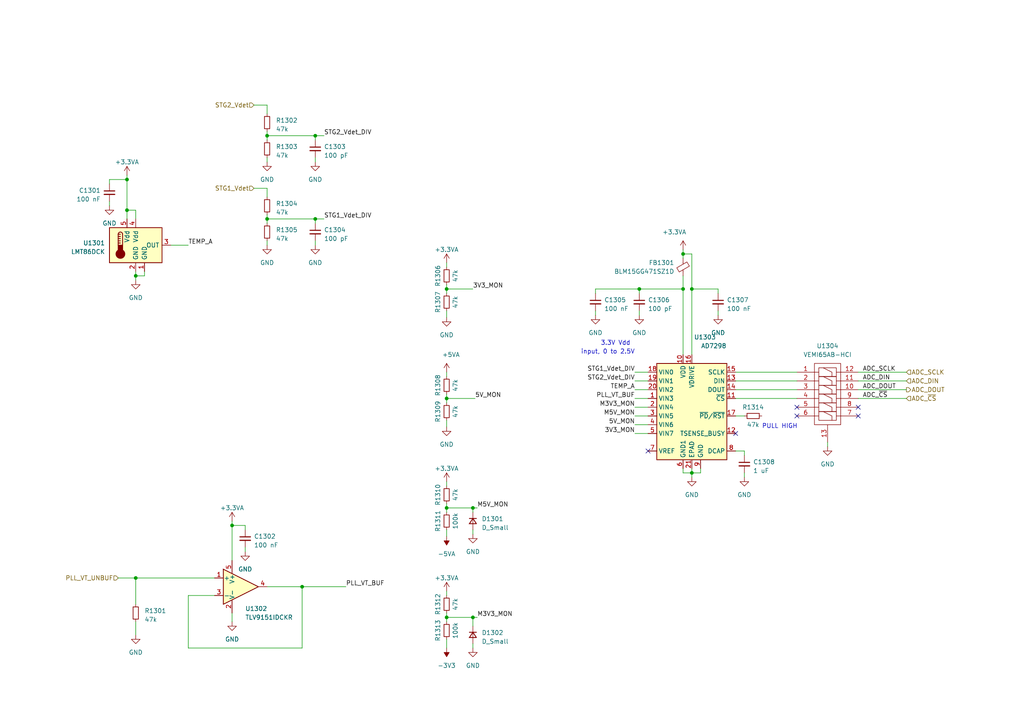
<source format=kicad_sch>
(kicad_sch (version 20210621) (generator eeschema)
  (paper "A4")
  (lib_symbols
    (symbol "Amplifier_Operational:TLV9001IDCK" (pin_names (offset 0.127))
      (property "Reference" "U" (at 7.62 2.54 0))
      (property "Value" "TLV9001IDCK" (at 11.43 -2.54 0))
      (symbol "TLV9001IDCK_0_1"
        (polyline (pts (xy -2.54 5.08) (xy -2.54 -5.08) (xy 7.62 0) (xy -2.54 5.08)) (stroke (width 0.254)) (fill (type background)))
      )
      (symbol "TLV9001IDCK_1_1"
        (pin input line (at -5.08 2.54 0) (length 2.54) (name "+") (number "1"))
        (pin power_in line (at 0 -7.62 90) (length 3.81) (name "V-") (number "2"))
        (pin input line (at -5.08 -2.54 0) (length 2.54) (name "-") (number "3"))
        (pin output line (at 10.16 0 180) (length 2.54) (name "~") (number "4"))
        (pin power_in line (at 0 7.62 270) (length 3.81) (name "V+") (number "5"))
      )
    )
    (symbol "Analog_ADC:AD7298"
      (property "Reference" "U" (at -10.16 13.97 0))
      (property "Value" "AD7298" (at 2.54 13.97 0))
      (symbol "AD7298_0_1"
        (rectangle (start -10.16 12.7) (end 10.16 -15.24) (stroke (width 0.254)) (fill (type background)))
      )
      (symbol "AD7298_1_1"
        (pin input line (at -12.7 2.54 0) (length 2.54) (name "VIN3") (number "1"))
        (pin power_in line (at -2.54 15.24 270) (length 2.54) (name "VDD") (number "10"))
        (pin input line (at 12.7 2.54 180) (length 2.54) (name "~{CS}") (number "11"))
        (pin output line (at 12.7 -7.62 180) (length 2.54) (name "TSENSE_BUSY") (number "12"))
        (pin input line (at 12.7 7.62 180) (length 2.54) (name "DIN") (number "13"))
        (pin output line (at 12.7 5.08 180) (length 2.54) (name "DOUT") (number "14"))
        (pin input line (at 12.7 10.16 180) (length 2.54) (name "SCLK") (number "15"))
        (pin power_in line (at 0 15.24 270) (length 2.54) (name "VDRIVE") (number "16"))
        (pin input line (at 12.7 -2.54 180) (length 2.54) (name "~{PD}/~{RST}") (number "17"))
        (pin input line (at -12.7 10.16 0) (length 2.54) (name "VIN0") (number "18"))
        (pin input line (at -12.7 7.62 0) (length 2.54) (name "VIN1") (number "19"))
        (pin input line (at -12.7 0 0) (length 2.54) (name "VIN4") (number "2"))
        (pin input line (at -12.7 5.08 0) (length 2.54) (name "VIN2") (number "20"))
        (pin power_in line (at 0 -17.78 90) (length 2.54) (name "EPAD") (number "21"))
        (pin input line (at -12.7 -2.54 0) (length 2.54) (name "VIN5") (number "3"))
        (pin input line (at -12.7 -5.08 0) (length 2.54) (name "VIN6") (number "4"))
        (pin input line (at -12.7 -7.62 0) (length 2.54) (name "VIN7") (number "5"))
        (pin power_in line (at -2.54 -17.78 90) (length 2.54) (name "GND1") (number "6"))
        (pin passive line (at -12.7 -12.7 0) (length 2.54) (name "VREF") (number "7"))
        (pin passive line (at 12.7 -12.7 180) (length 2.54) (name "DCAP") (number "8"))
        (pin power_in line (at 2.54 -17.78 90) (length 2.54) (name "GND") (number "9"))
      )
    )
    (symbol "Device:C_Small" (pin_numbers hide) (pin_names (offset 0.254) hide)
      (property "Reference" "C" (at 0.254 1.778 0))
      (property "Value" "C_Small" (at 0.254 -2.032 0))
      (symbol "C_Small_0_1"
        (polyline (pts (xy -1.524 -0.508) (xy 1.524 -0.508)) (stroke (width 0.3302)))
        (polyline (pts (xy -1.524 0.508) (xy 1.524 0.508)) (stroke (width 0.3048)))
      )
      (symbol "C_Small_1_1"
        (pin passive line (at 0 2.54 270) (length 2.032) (name "~") (number "1"))
        (pin passive line (at 0 -2.54 90) (length 2.032) (name "~") (number "2"))
      )
    )
    (symbol "Device:D_Small" (pin_numbers hide) (pin_names (offset 0.254) hide)
      (property "Reference" "D" (at -1.27 2.032 0))
      (property "Value" "D_Small" (at -3.81 -2.032 0))
      (symbol "D_Small_0_1"
        (polyline (pts (xy -0.762 -1.016) (xy -0.762 1.016)) (stroke (width 0.254)))
        (polyline (pts (xy -0.762 0) (xy 0.762 0)))
        (polyline (pts (xy 0.762 -1.016) (xy -0.762 0) (xy 0.762 1.016) (xy 0.762 -1.016)) (stroke (width 0.254)))
      )
      (symbol "D_Small_1_1"
        (pin passive line (at -2.54 0 0) (length 1.778) (name "K") (number "1"))
        (pin passive line (at 2.54 0 180) (length 1.778) (name "A") (number "2"))
      )
    )
    (symbol "Device:FerriteBead_Small" (pin_numbers hide) (pin_names (offset 0))
      (property "Reference" "FB" (at 1.905 1.27 0))
      (property "Value" "FerriteBead_Small" (at 1.905 -1.27 0))
      (symbol "FerriteBead_Small_0_1"
        (polyline (pts (xy 0 -1.27) (xy 0 -0.7874)))
        (polyline (pts (xy 0 0.889) (xy 0 1.2954)))
        (polyline (pts (xy -1.8288 0.2794) (xy -1.1176 1.4986) (xy 1.8288 -0.2032) (xy 1.1176 -1.4224) (xy -1.8288 0.2794)))
      )
      (symbol "FerriteBead_Small_1_1"
        (pin passive line (at 0 2.54 270) (length 1.27) (name "~") (number "1"))
        (pin passive line (at 0 -2.54 90) (length 1.27) (name "~") (number "2"))
      )
    )
    (symbol "Device:R_Small" (pin_numbers hide) (pin_names (offset 0.254) hide)
      (property "Reference" "R" (at 0.762 0.508 0))
      (property "Value" "R_Small" (at 0.762 -1.016 0))
      (symbol "R_Small_0_1"
        (rectangle (start -0.762 1.778) (end 0.762 -1.778) (stroke (width 0.2032)))
      )
      (symbol "R_Small_1_1"
        (pin passive line (at 0 2.54 270) (length 0.762) (name "~") (number "1"))
        (pin passive line (at 0 -2.54 90) (length 0.762) (name "~") (number "2"))
      )
    )
    (symbol "Sensor_Temperature:LMT86DCK" (pin_names (offset 0.762))
      (property "Reference" "U" (at -6.35 6.35 0))
      (property "Value" "LMT86DCK" (at 5.08 6.35 0))
      (symbol "LMT86DCK_0_1"
        (arc (start -3.81 3.175) (end -5.08 3.175) (radius (at -4.445 3.175) (length 0.635) (angles 0.1 179.9)) (stroke (width 0.254)))
        (circle (center -4.445 -2.54) (radius 1.27) (stroke (width 0.254)) (fill (type outline)))
        (rectangle (start -3.81 -1.905) (end -5.08 0) (stroke (width 0.254)) (fill (type outline)))
        (rectangle (start -7.62 5.08) (end 7.62 -5.08) (stroke (width 0.254)) (fill (type background)))
        (polyline (pts (xy -5.08 0.635) (xy -4.445 0.635)) (stroke (width 0.254)))
        (polyline (pts (xy -5.08 1.27) (xy -4.445 1.27)) (stroke (width 0.254)))
        (polyline (pts (xy -5.08 1.905) (xy -4.445 1.905)) (stroke (width 0.254)))
        (polyline (pts (xy -5.08 2.54) (xy -4.445 2.54)) (stroke (width 0.254)))
        (polyline (pts (xy -5.08 3.175) (xy -5.08 0)) (stroke (width 0.254)))
        (polyline (pts (xy -5.08 3.175) (xy -4.445 3.175)) (stroke (width 0.254)))
        (polyline (pts (xy -3.81 3.175) (xy -3.81 0)) (stroke (width 0.254)))
      )
      (symbol "LMT86DCK_1_1"
        (pin power_in line (at 2.54 -7.62 90) (length 2.54) (name "GND") (number "1"))
        (pin power_in line (at 0 -7.62 90) (length 2.54) (name "GND") (number "2"))
        (pin output line (at 10.16 0 180) (length 2.54) (name "OUT") (number "3"))
        (pin power_in line (at 0 7.62 270) (length 2.54) (name "Vdd") (number "4"))
        (pin power_in line (at -2.54 7.62 270) (length 2.54) (name "Vdd") (number "5"))
      )
    )
    (symbol "power:+3.3VA" (power) (pin_names (offset 0))
      (property "Value" "+3.3VA" (at 0 3.556 0))
      (symbol "+3.3VA_0_1"
        (polyline (pts (xy -0.762 1.27) (xy 0 2.54)))
        (polyline (pts (xy 0 0) (xy 0 2.54)))
        (polyline (pts (xy 0 2.54) (xy 0.762 1.27)))
      )
      (symbol "+3.3VA_1_1"
        (pin power_in line (at 0 0 90) (length 0) hide (name "+3.3VA") (number "1"))
      )
    )
    (symbol "power:+5VA" (power) (pin_names (offset 0))
      (property "Value" "+5VA" (at 0 3.556 0))
      (symbol "+5VA_0_1"
        (polyline (pts (xy -0.762 1.27) (xy 0 2.54)))
        (polyline (pts (xy 0 0) (xy 0 2.54)))
        (polyline (pts (xy 0 2.54) (xy 0.762 1.27)))
      )
      (symbol "+5VA_1_1"
        (pin power_in line (at 0 0 90) (length 0) hide (name "+5VA") (number "1"))
      )
    )
    (symbol "power:-3V3" (power) (pin_names (offset 0))
      (property "Value" "-3V3" (at 0 3.81 0))
      (symbol "-3V3_0_0"
        (pin power_in line (at 0 0 90) (length 0) hide (name "-3V3") (number "1"))
      )
      (symbol "-3V3_0_1"
        (polyline (pts (xy 0 0) (xy 0 1.27) (xy 0.762 1.27) (xy 0 2.54) (xy -0.762 1.27) (xy 0 1.27)) (fill (type outline)))
      )
    )
    (symbol "power:-5VA" (power) (pin_names (offset 0))
      (property "Value" "-5VA" (at 0 3.81 0))
      (symbol "-5VA_0_0"
        (pin power_in line (at 0 0 90) (length 0) hide (name "-5VA") (number "1"))
      )
      (symbol "-5VA_0_1"
        (polyline (pts (xy 0 0) (xy 0 1.27) (xy 0.762 1.27) (xy 0 2.54) (xy -0.762 1.27) (xy 0 1.27)) (fill (type outline)))
      )
    )
    (symbol "power:GND" (power) (pin_names (offset 0))
      (property "Value" "GND" (at 0 -3.81 0))
      (symbol "GND_0_1"
        (polyline (pts (xy 0 0) (xy 0 -1.27) (xy 1.27 -1.27) (xy 0 -2.54) (xy -1.27 -1.27) (xy 0 -1.27)))
      )
      (symbol "GND_1_1"
        (pin power_in line (at 0 0 270) (length 0) hide (name "GND") (number "1"))
      )
    )
    (symbol "vna_mm:VEMI65AB-HCI" (pin_names (offset 1.016))
      (property "Reference" "U" (at -3.81 10.16 0))
      (property "Value" "VEMI65AB-HCI" (at 2.54 12.7 0))
      (symbol "VEMI65AB-HCI_0_1"
        (rectangle (start -3.81 8.89) (end 3.81 -8.89))
        (rectangle (start -2.54 -5.08) (end 2.54 -7.62))
        (rectangle (start -2.54 -2.54) (end 2.54 -5.08))
        (rectangle (start -2.54 0) (end 2.54 -2.54))
        (rectangle (start -2.54 2.54) (end 2.54 0))
        (rectangle (start -2.54 5.08) (end 2.54 2.54))
        (rectangle (start -2.54 7.62) (end 2.54 5.08))
        (polyline (pts (xy -3.81 -6.35) (xy -2.54 -6.35)))
        (polyline (pts (xy -3.81 -3.81) (xy -2.54 -3.81)))
        (polyline (pts (xy -3.81 -1.27) (xy -2.54 -1.27)))
        (polyline (pts (xy -3.81 1.27) (xy -2.54 1.27)))
        (polyline (pts (xy -3.81 3.81) (xy -2.54 3.81)))
        (polyline (pts (xy -3.81 6.35) (xy -2.54 6.35)))
        (polyline (pts (xy 2.54 -6.35) (xy 3.81 -6.35)))
        (polyline (pts (xy 2.54 -3.81) (xy 3.81 -3.81)))
        (polyline (pts (xy 2.54 -1.27) (xy 3.81 -1.27)))
        (polyline (pts (xy 2.54 1.27) (xy 3.81 1.27)))
        (polyline (pts (xy 2.54 3.81) (xy 3.81 3.81)))
        (polyline (pts (xy 2.54 6.35) (xy 3.81 6.35)))
        (polyline (pts (xy -1.27 -5.08) (xy 1.27 -6.35) (xy 1.27 -7.62)))
        (polyline (pts (xy -1.27 -2.54) (xy 1.27 -3.81) (xy 1.27 -5.08)))
        (polyline (pts (xy -1.27 0) (xy 1.27 -1.27) (xy 1.27 -2.54)))
        (polyline (pts (xy -1.27 2.54) (xy 1.27 1.27) (xy 1.27 0)))
        (polyline (pts (xy -1.27 5.08) (xy 1.27 3.81) (xy 1.27 2.54)))
        (polyline (pts (xy -1.27 7.62) (xy 1.27 6.35) (xy 1.27 5.08)))
      )
      (symbol "VEMI65AB-HCI_1_1"
        (pin bidirectional line (at -8.89 6.35 0) (length 5.08) (name "~") (number "1"))
        (pin bidirectional line (at 8.89 1.27 180) (length 5.08) (name "~") (number "10"))
        (pin bidirectional line (at 8.89 3.81 180) (length 5.08) (name "~") (number "11"))
        (pin bidirectional line (at 8.89 6.35 180) (length 5.08) (name "~") (number "12"))
        (pin bidirectional line (at 0 -13.97 90) (length 5.08) (name "~") (number "13"))
        (pin bidirectional line (at -8.89 3.81 0) (length 5.08) (name "~") (number "2"))
        (pin bidirectional line (at -8.89 1.27 0) (length 5.08) (name "~") (number "3"))
        (pin bidirectional line (at -8.89 -1.27 0) (length 5.08) (name "~") (number "4"))
        (pin bidirectional line (at -8.89 -3.81 0) (length 5.08) (name "~") (number "5"))
        (pin bidirectional line (at -8.89 -6.35 0) (length 5.08) (name "~") (number "6"))
        (pin bidirectional line (at 8.89 -6.35 180) (length 5.08) (name "~") (number "7"))
        (pin bidirectional line (at 8.89 -3.81 180) (length 5.08) (name "~") (number "8"))
        (pin bidirectional line (at 8.89 -1.27 180) (length 5.08) (name "~") (number "9"))
      )
    )
  )
  (junction (at 36.83 52.07) (diameter 0.9144))
  (junction (at 36.83 60.96) (diameter 0.9144))
  (junction (at 39.37 80.01) (diameter 0.9144))
  (junction (at 39.37 167.64) (diameter 0.9144))
  (junction (at 67.31 152.4) (diameter 0.9144))
  (junction (at 77.47 39.37) (diameter 0.9144))
  (junction (at 77.47 63.5) (diameter 0.9144))
  (junction (at 87.63 170.18) (diameter 0.9144))
  (junction (at 91.44 39.37) (diameter 0.9144))
  (junction (at 91.44 63.5) (diameter 0.9144))
  (junction (at 129.54 83.82) (diameter 0.9144))
  (junction (at 129.54 115.57) (diameter 0.9144))
  (junction (at 129.54 147.32) (diameter 0.9144))
  (junction (at 129.54 179.07) (diameter 0.9144))
  (junction (at 137.16 147.32) (diameter 0.9144))
  (junction (at 137.16 179.07) (diameter 0.9144))
  (junction (at 185.42 83.82) (diameter 0.9144))
  (junction (at 198.12 73.66) (diameter 0.9144))
  (junction (at 198.12 83.82) (diameter 0.9144))
  (junction (at 200.66 83.82) (diameter 0.9144))
  (junction (at 200.66 137.16) (diameter 0.9144))
  (no_connect (at 187.96 130.81))
  (no_connect (at 213.36 125.73))
  (no_connect (at 231.14 118.11))
  (no_connect (at 231.14 120.65))
  (no_connect (at 248.92 118.11))
  (no_connect (at 248.92 120.65))
  (wire (pts (xy 31.75 52.07) (xy 31.75 53.34)))
  (wire (pts (xy 31.75 52.07) (xy 36.83 52.07)))
  (wire (pts (xy 31.75 58.42) (xy 31.75 59.69)))
  (wire (pts (xy 34.29 167.64) (xy 39.37 167.64)))
  (wire (pts (xy 36.83 50.8) (xy 36.83 52.07)))
  (wire (pts (xy 36.83 52.07) (xy 36.83 60.96)))
  (wire (pts (xy 36.83 60.96) (xy 36.83 63.5)))
  (wire (pts (xy 36.83 60.96) (xy 39.37 60.96)))
  (wire (pts (xy 39.37 60.96) (xy 39.37 63.5)))
  (wire (pts (xy 39.37 78.74) (xy 39.37 80.01)))
  (wire (pts (xy 39.37 80.01) (xy 39.37 81.28)))
  (wire (pts (xy 39.37 80.01) (xy 41.91 80.01)))
  (wire (pts (xy 39.37 167.64) (xy 62.23 167.64)))
  (wire (pts (xy 39.37 175.26) (xy 39.37 167.64)))
  (wire (pts (xy 39.37 180.34) (xy 39.37 184.15)))
  (wire (pts (xy 41.91 78.74) (xy 41.91 80.01)))
  (wire (pts (xy 49.53 71.12) (xy 54.61 71.12)))
  (wire (pts (xy 54.61 172.72) (xy 54.61 187.96)))
  (wire (pts (xy 54.61 187.96) (xy 87.63 187.96)))
  (wire (pts (xy 62.23 172.72) (xy 54.61 172.72)))
  (wire (pts (xy 67.31 151.13) (xy 67.31 152.4)))
  (wire (pts (xy 67.31 152.4) (xy 67.31 162.56)))
  (wire (pts (xy 67.31 152.4) (xy 71.12 152.4)))
  (wire (pts (xy 67.31 177.8) (xy 67.31 180.34)))
  (wire (pts (xy 71.12 152.4) (xy 71.12 153.67)))
  (wire (pts (xy 71.12 158.75) (xy 71.12 160.02)))
  (wire (pts (xy 73.66 30.48) (xy 77.47 30.48)))
  (wire (pts (xy 73.66 54.61) (xy 77.47 54.61)))
  (wire (pts (xy 77.47 30.48) (xy 77.47 33.02)))
  (wire (pts (xy 77.47 38.1) (xy 77.47 39.37)))
  (wire (pts (xy 77.47 39.37) (xy 77.47 40.64)))
  (wire (pts (xy 77.47 39.37) (xy 91.44 39.37)))
  (wire (pts (xy 77.47 45.72) (xy 77.47 46.99)))
  (wire (pts (xy 77.47 54.61) (xy 77.47 57.15)))
  (wire (pts (xy 77.47 62.23) (xy 77.47 63.5)))
  (wire (pts (xy 77.47 63.5) (xy 77.47 64.77)))
  (wire (pts (xy 77.47 63.5) (xy 91.44 63.5)))
  (wire (pts (xy 77.47 69.85) (xy 77.47 71.12)))
  (wire (pts (xy 87.63 170.18) (xy 77.47 170.18)))
  (wire (pts (xy 87.63 170.18) (xy 100.33 170.18)))
  (wire (pts (xy 87.63 187.96) (xy 87.63 170.18)))
  (wire (pts (xy 91.44 39.37) (xy 91.44 40.64)))
  (wire (pts (xy 91.44 39.37) (xy 93.98 39.37)))
  (wire (pts (xy 91.44 45.72) (xy 91.44 46.99)))
  (wire (pts (xy 91.44 63.5) (xy 91.44 64.77)))
  (wire (pts (xy 91.44 63.5) (xy 93.98 63.5)))
  (wire (pts (xy 91.44 69.85) (xy 91.44 71.12)))
  (wire (pts (xy 129.54 76.2) (xy 129.54 77.47)))
  (wire (pts (xy 129.54 82.55) (xy 129.54 83.82)))
  (wire (pts (xy 129.54 83.82) (xy 129.54 85.09)))
  (wire (pts (xy 129.54 83.82) (xy 137.16 83.82)))
  (wire (pts (xy 129.54 90.17) (xy 129.54 92.075)))
  (wire (pts (xy 129.54 107.95) (xy 129.54 109.22)))
  (wire (pts (xy 129.54 114.3) (xy 129.54 115.57)))
  (wire (pts (xy 129.54 115.57) (xy 129.54 116.84)))
  (wire (pts (xy 129.54 115.57) (xy 137.795 115.57)))
  (wire (pts (xy 129.54 121.92) (xy 129.54 123.825)))
  (wire (pts (xy 129.54 139.7) (xy 129.54 140.97)))
  (wire (pts (xy 129.54 146.05) (xy 129.54 147.32)))
  (wire (pts (xy 129.54 147.32) (xy 129.54 148.59)))
  (wire (pts (xy 129.54 147.32) (xy 137.16 147.32)))
  (wire (pts (xy 129.54 153.67) (xy 129.54 155.575)))
  (wire (pts (xy 129.54 171.45) (xy 129.54 172.72)))
  (wire (pts (xy 129.54 177.8) (xy 129.54 179.07)))
  (wire (pts (xy 129.54 179.07) (xy 129.54 180.34)))
  (wire (pts (xy 129.54 179.07) (xy 137.16 179.07)))
  (wire (pts (xy 129.54 185.42) (xy 129.54 187.96)))
  (wire (pts (xy 137.16 147.32) (xy 137.16 148.59)))
  (wire (pts (xy 137.16 147.32) (xy 138.43 147.32)))
  (wire (pts (xy 137.16 153.67) (xy 137.16 154.94)))
  (wire (pts (xy 137.16 179.07) (xy 137.16 181.61)))
  (wire (pts (xy 137.16 179.07) (xy 138.43 179.07)))
  (wire (pts (xy 137.16 186.69) (xy 137.16 187.96)))
  (wire (pts (xy 172.72 83.82) (xy 185.42 83.82)))
  (wire (pts (xy 172.72 85.09) (xy 172.72 83.82)))
  (wire (pts (xy 172.72 90.17) (xy 172.72 91.44)))
  (wire (pts (xy 184.15 107.95) (xy 187.96 107.95)))
  (wire (pts (xy 184.15 110.49) (xy 187.96 110.49)))
  (wire (pts (xy 184.15 113.03) (xy 187.96 113.03)))
  (wire (pts (xy 184.15 115.57) (xy 187.96 115.57)))
  (wire (pts (xy 184.15 118.11) (xy 187.96 118.11)))
  (wire (pts (xy 184.15 120.65) (xy 187.96 120.65)))
  (wire (pts (xy 184.15 123.19) (xy 187.96 123.19)))
  (wire (pts (xy 184.15 125.73) (xy 187.96 125.73)))
  (wire (pts (xy 185.42 83.82) (xy 185.42 85.09)))
  (wire (pts (xy 185.42 83.82) (xy 198.12 83.82)))
  (wire (pts (xy 185.42 90.17) (xy 185.42 91.44)))
  (wire (pts (xy 198.12 72.39) (xy 198.12 73.66)))
  (wire (pts (xy 198.12 73.66) (xy 198.12 74.93)))
  (wire (pts (xy 198.12 73.66) (xy 200.66 73.66)))
  (wire (pts (xy 198.12 80.01) (xy 198.12 83.82)))
  (wire (pts (xy 198.12 83.82) (xy 198.12 102.87)))
  (wire (pts (xy 198.12 135.89) (xy 198.12 137.16)))
  (wire (pts (xy 198.12 137.16) (xy 200.66 137.16)))
  (wire (pts (xy 200.66 73.66) (xy 200.66 83.82)))
  (wire (pts (xy 200.66 83.82) (xy 208.28 83.82)))
  (wire (pts (xy 200.66 102.87) (xy 200.66 83.82)))
  (wire (pts (xy 200.66 135.89) (xy 200.66 137.16)))
  (wire (pts (xy 200.66 137.16) (xy 200.66 138.43)))
  (wire (pts (xy 200.66 137.16) (xy 203.2 137.16)))
  (wire (pts (xy 203.2 137.16) (xy 203.2 135.89)))
  (wire (pts (xy 208.28 83.82) (xy 208.28 85.09)))
  (wire (pts (xy 208.28 90.17) (xy 208.28 91.44)))
  (wire (pts (xy 213.36 107.95) (xy 231.14 107.95)))
  (wire (pts (xy 213.36 110.49) (xy 231.14 110.49)))
  (wire (pts (xy 213.36 113.03) (xy 231.14 113.03)))
  (wire (pts (xy 213.36 115.57) (xy 231.14 115.57)))
  (wire (pts (xy 213.36 120.65) (xy 215.9 120.65)))
  (wire (pts (xy 213.36 130.81) (xy 215.9 130.81)))
  (wire (pts (xy 215.9 130.81) (xy 215.9 132.08)))
  (wire (pts (xy 215.9 137.16) (xy 215.9 138.43)))
  (wire (pts (xy 240.03 128.27) (xy 240.03 129.54)))
  (wire (pts (xy 248.92 107.95) (xy 262.89 107.95)))
  (wire (pts (xy 248.92 110.49) (xy 262.89 110.49)))
  (wire (pts (xy 248.92 113.03) (xy 262.89 113.03)))
  (wire (pts (xy 248.92 115.57) (xy 262.89 115.57)))
  (text "3.3V Vdd\n" (at 182.88 100.33 180) (effects (font (size 1.27 1.27)) (justify right bottom)))
  (text "input, 0 to 2.5V" (at 184.15 102.87 180) (effects (font (size 1.27 1.27)) (justify right bottom)))
  (text "PULL HIGH" (at 220.98 124.46 0) (effects (font (size 1.27 1.27)) (justify left bottom)))
  (label "TEMP_A" (at 54.61 71.12 0))
  (label "STG2_Vdet_DIV" (at 93.98 39.37 0))
  (label "STG1_Vdet_DIV" (at 93.98 63.5 0))
  (label "PLL_VT_BUF" (at 100.33 170.18 0))
  (label "3V3_MON" (at 137.16 83.82 0))
  (label "5V_MON" (at 137.795 115.57 0))
  (label "M5V_MON" (at 138.43 147.32 0))
  (label "M3V3_MON" (at 138.43 179.07 0))
  (label "STG1_Vdet_DIV" (at 184.15 107.95 180))
  (label "STG2_Vdet_DIV" (at 184.15 110.49 180))
  (label "TEMP_A" (at 184.15 113.03 180))
  (label "PLL_VT_BUF" (at 184.15 115.57 180))
  (label "M3V3_MON" (at 184.15 118.11 180))
  (label "M5V_MON" (at 184.15 120.65 180))
  (label "5V_MON" (at 184.15 123.19 180))
  (label "3V3_MON" (at 184.15 125.73 180))
  (label "ADC_SCLK" (at 250.19 107.95 0))
  (label "ADC_DIN" (at 250.19 110.49 0))
  (label "ADC_DOUT" (at 250.19 113.03 0))
  (label "ADC_~{CS}" (at 250.19 115.57 0))
  (hierarchical_label "PLL_VT_UNBUF" (shape input) (at 34.29 167.64 180))
  (hierarchical_label "STG2_Vdet" (shape input) (at 73.66 30.48 180))
  (hierarchical_label "STG1_Vdet" (shape input) (at 73.66 54.61 180))
  (hierarchical_label "ADC_SCLK" (shape input) (at 262.89 107.95 0))
  (hierarchical_label "ADC_DIN" (shape input) (at 262.89 110.49 0))
  (hierarchical_label "ADC_DOUT" (shape output) (at 262.89 113.03 0))
  (hierarchical_label "ADC_~{CS}" (shape input) (at 262.89 115.57 0))
  (symbol (lib_id "power:+3.3VA") (at 36.83 50.8 0) (unit 1)
    (property "Reference" "#PWR01302" (effects hide))
    (property "Value" "+3.3VA" (at 36.83 46.99 0))
  )
  (symbol (lib_id "power:+3.3VA") (at 67.31 151.13 0) (unit 1)
    (property "Reference" "#PWR01305" (effects hide))
    (property "Value" "+3.3VA" (at 67.31 147.32 0))
  )
  (symbol (lib_id "power:+3.3VA") (at 129.54 76.2 0) (unit 1)
    (property "Reference" "#PWR01312" (effects hide))
    (property "Value" "+3.3VA" (at 129.54 72.39 0))
  )
  (symbol (lib_id "power:+5VA") (at 129.54 107.95 0) (unit 1)
    (property "Reference" "#PWR01314" (effects hide))
    (property "Value" "+5VA" (at 130.81 102.87 0))
  )
  (symbol (lib_id "power:+3.3VA") (at 129.54 139.7 0) (unit 1)
    (property "Reference" "#PWR01316" (effects hide))
    (property "Value" "+3.3VA" (at 129.54 135.89 0))
  )
  (symbol (lib_id "power:-5VA") (at 129.54 155.575 180) (unit 1)
    (property "Reference" "#PWR01317" (effects hide))
    (property "Value" "-5VA" (at 129.54 160.655 0))
  )
  (symbol (lib_id "power:+3.3VA") (at 129.54 171.45 0) (unit 1)
    (property "Reference" "#PWR01318" (effects hide))
    (property "Value" "+3.3VA" (at 129.54 167.64 0))
  )
  (symbol (lib_id "power:-3V3") (at 129.54 187.96 180) (unit 1)
    (property "Reference" "#PWR01319" (effects hide))
    (property "Value" "-3V3" (at 129.54 193.04 0))
  )
  (symbol (lib_id "power:+3.3VA") (at 198.12 72.39 0) (unit 1)
    (property "Reference" "#PWR01324" (effects hide))
    (property "Value" "+3.3VA" (at 195.58 67.31 0))
  )
  (symbol (lib_id "power:GND") (at 31.75 59.69 0) (mirror y) (unit 1)
    (property "Reference" "#PWR01301" (effects hide))
    (property "Value" "GND" (at 31.75 64.77 0))
  )
  (symbol (lib_id "power:GND") (at 39.37 81.28 0) (unit 1)
    (property "Reference" "#PWR01303" (effects hide))
    (property "Value" "GND" (at 39.37 86.36 0))
  )
  (symbol (lib_id "power:GND") (at 39.37 184.15 0) (unit 1)
    (property "Reference" "#PWR01304" (effects hide))
    (property "Value" "GND" (at 39.37 189.23 0))
  )
  (symbol (lib_id "power:GND") (at 67.31 180.34 0) (unit 1)
    (property "Reference" "#PWR01306" (effects hide))
    (property "Value" "GND" (at 67.31 185.42 0))
  )
  (symbol (lib_id "power:GND") (at 71.12 160.02 0) (unit 1)
    (property "Reference" "#PWR01307" (effects hide))
    (property "Value" "GND" (at 71.12 165.1 0))
  )
  (symbol (lib_id "power:GND") (at 77.47 46.99 0) (unit 1)
    (property "Reference" "#PWR01308" (effects hide))
    (property "Value" "GND" (at 77.47 52.07 0))
  )
  (symbol (lib_id "power:GND") (at 77.47 71.12 0) (unit 1)
    (property "Reference" "#PWR01309" (effects hide))
    (property "Value" "GND" (at 77.47 76.2 0))
  )
  (symbol (lib_id "power:GND") (at 91.44 46.99 0) (unit 1)
    (property "Reference" "#PWR01310" (effects hide))
    (property "Value" "GND" (at 91.44 52.07 0))
  )
  (symbol (lib_id "power:GND") (at 91.44 71.12 0) (unit 1)
    (property "Reference" "#PWR01311" (effects hide))
    (property "Value" "GND" (at 91.44 76.2 0))
  )
  (symbol (lib_id "power:GND") (at 129.54 92.075 0) (unit 1)
    (property "Reference" "#PWR01313" (effects hide))
    (property "Value" "GND" (at 129.54 97.155 0))
  )
  (symbol (lib_id "power:GND") (at 129.54 123.825 0) (unit 1)
    (property "Reference" "#PWR01315" (effects hide))
    (property "Value" "GND" (at 129.54 128.905 0))
  )
  (symbol (lib_id "power:GND") (at 137.16 154.94 0) (unit 1)
    (property "Reference" "#PWR01320" (effects hide))
    (property "Value" "GND" (at 137.16 160.02 0))
  )
  (symbol (lib_id "power:GND") (at 137.16 187.96 0) (unit 1)
    (property "Reference" "#PWR01321" (effects hide))
    (property "Value" "GND" (at 137.16 193.04 0))
  )
  (symbol (lib_id "power:GND") (at 172.72 91.44 0) (unit 1)
    (property "Reference" "#PWR01322" (effects hide))
    (property "Value" "GND" (at 172.72 96.52 0))
  )
  (symbol (lib_id "power:GND") (at 185.42 91.44 0) (unit 1)
    (property "Reference" "#PWR01323" (effects hide))
    (property "Value" "GND" (at 185.42 96.52 0))
  )
  (symbol (lib_id "power:GND") (at 200.66 138.43 0) (unit 1)
    (property "Reference" "#PWR01325" (effects hide))
    (property "Value" "GND" (at 200.66 143.51 0))
  )
  (symbol (lib_id "power:GND") (at 208.28 91.44 0) (unit 1)
    (property "Reference" "#PWR01326" (effects hide))
    (property "Value" "GND" (at 208.28 96.52 0))
  )
  (symbol (lib_id "power:GND") (at 215.9 138.43 0) (unit 1)
    (property "Reference" "#PWR01327" (effects hide))
    (property "Value" "GND" (at 215.9 143.51 0))
  )
  (symbol (lib_id "power:GND") (at 240.03 129.54 0) (unit 1)
    (property "Reference" "#PWR01328" (effects hide))
    (property "Value" "GND" (at 240.03 134.62 0))
  )
  (symbol (lib_id "Device:R_Small") (at 39.37 177.8 0) (unit 1)
    (property "Reference" "R1301" (at 41.91 177.1649 0) (effects (justify left)))
    (property "Value" "47k" (at 41.91 179.7049 0) (effects (justify left)))
    (property "Footprint" "Resistor_SMD:R_0402_1005Metric" (effects hide))
  )
  (symbol (lib_id "Device:R_Small") (at 77.47 35.56 0) (unit 1)
    (property "Reference" "R1302" (at 80.01 34.9249 0) (effects (justify left)))
    (property "Value" "47k" (at 80.01 37.4649 0) (effects (justify left)))
    (property "Footprint" "Resistor_SMD:R_0402_1005Metric" (effects hide))
  )
  (symbol (lib_id "Device:R_Small") (at 77.47 43.18 0) (unit 1)
    (property "Reference" "R1303" (at 80.01 42.5449 0) (effects (justify left)))
    (property "Value" "47k" (at 80.01 45.0849 0) (effects (justify left)))
    (property "Footprint" "Resistor_SMD:R_0402_1005Metric" (effects hide))
  )
  (symbol (lib_id "Device:R_Small") (at 77.47 59.69 0) (unit 1)
    (property "Reference" "R1304" (at 80.01 59.0549 0) (effects (justify left)))
    (property "Value" "47k" (at 80.01 61.5949 0) (effects (justify left)))
    (property "Footprint" "Resistor_SMD:R_0402_1005Metric" (effects hide))
  )
  (symbol (lib_id "Device:R_Small") (at 77.47 67.31 0) (unit 1)
    (property "Reference" "R1305" (at 80.01 66.6749 0) (effects (justify left)))
    (property "Value" "47k" (at 80.01 69.2149 0) (effects (justify left)))
    (property "Footprint" "Resistor_SMD:R_0402_1005Metric" (effects hide))
  )
  (symbol (lib_id "Device:R_Small") (at 129.54 80.01 180) (unit 1)
    (property "Reference" "R1306" (at 127 80.01 90))
    (property "Value" "47k" (at 132.08 80.01 90))
    (property "Footprint" "Resistor_SMD:R_0402_1005Metric" (effects hide))
  )
  (symbol (lib_id "Device:R_Small") (at 129.54 87.63 180) (unit 1)
    (property "Reference" "R1307" (at 127 87.63 90))
    (property "Value" "47k" (at 132.08 87.63 90))
    (property "Footprint" "Resistor_SMD:R_0402_1005Metric" (effects hide))
  )
  (symbol (lib_id "Device:R_Small") (at 129.54 111.76 180) (unit 1)
    (property "Reference" "R1308" (at 127 111.76 90))
    (property "Value" "47k" (at 132.08 111.76 90))
    (property "Footprint" "Resistor_SMD:R_0402_1005Metric" (effects hide))
  )
  (symbol (lib_id "Device:R_Small") (at 129.54 119.38 180) (unit 1)
    (property "Reference" "R1309" (at 127 119.38 90))
    (property "Value" "47k" (at 132.08 119.38 90))
    (property "Footprint" "Resistor_SMD:R_0402_1005Metric" (effects hide))
  )
  (symbol (lib_id "Device:R_Small") (at 129.54 143.51 180) (unit 1)
    (property "Reference" "R1310" (at 127 143.51 90))
    (property "Value" "47k" (at 132.08 143.51 90))
    (property "Footprint" "Resistor_SMD:R_0402_1005Metric" (effects hide))
  )
  (symbol (lib_id "Device:R_Small") (at 129.54 151.13 180) (unit 1)
    (property "Reference" "R1311" (at 127 151.13 90))
    (property "Value" "100k" (at 132.08 151.13 90))
    (property "Footprint" "Resistor_SMD:R_0402_1005Metric" (effects hide))
  )
  (symbol (lib_id "Device:R_Small") (at 129.54 175.26 180) (unit 1)
    (property "Reference" "R1312" (at 127 175.26 90))
    (property "Value" "47k" (at 132.08 175.26 90))
    (property "Footprint" "Resistor_SMD:R_0402_1005Metric" (effects hide))
  )
  (symbol (lib_id "Device:R_Small") (at 129.54 182.88 180) (unit 1)
    (property "Reference" "R1313" (at 127 182.88 90))
    (property "Value" "100k" (at 132.08 182.88 90))
    (property "Footprint" "Resistor_SMD:R_0402_1005Metric" (effects hide))
  )
  (symbol (lib_id "Device:R_Small") (at 218.44 120.65 90) (unit 1)
    (property "Reference" "R1314" (at 218.44 118.11 90))
    (property "Value" "47k" (at 218.44 123.19 90))
    (property "Footprint" "Resistor_SMD:R_0402_1005Metric" (effects hide))
  )
  (symbol (lib_id "Device:D_Small") (at 137.16 151.13 270) (unit 1)
    (property "Reference" "D1301" (at 139.7 150.4949 90) (effects (justify left)))
    (property "Value" "D_Small" (at 139.7 153.0349 90) (effects (justify left)))
    (property "Footprint" "Diode_SMD:D_SOD-523" (effects hide))
  )
  (symbol (lib_id "Device:D_Small") (at 137.16 184.15 270) (unit 1)
    (property "Reference" "D1302" (at 139.7 183.5149 90) (effects (justify left)))
    (property "Value" "D_Small" (at 139.7 186.0549 90) (effects (justify left)))
    (property "Footprint" "Diode_SMD:D_SOD-523" (effects hide))
  )
  (symbol (lib_id "Device:C_Small") (at 31.75 55.88 0) (mirror y) (unit 1)
    (property "Reference" "C1301" (at 29.21 55.2449 0) (effects (justify left)))
    (property "Value" "100 nF" (at 29.21 57.7849 0) (effects (justify left)))
    (property "Footprint" "Capacitor_SMD:C_0402_1005Metric" (effects hide))
  )
  (symbol (lib_id "Device:C_Small") (at 71.12 156.21 0) (unit 1)
    (property "Reference" "C1302" (at 73.66 155.5749 0) (effects (justify left)))
    (property "Value" "100 nF" (at 73.66 158.1149 0) (effects (justify left)))
    (property "Footprint" "Capacitor_SMD:C_0402_1005Metric" (effects hide))
  )
  (symbol (lib_id "Device:C_Small") (at 91.44 43.18 0) (unit 1)
    (property "Reference" "C1303" (at 93.98 42.5449 0) (effects (justify left)))
    (property "Value" "100 pF" (at 93.98 45.0849 0) (effects (justify left)))
    (property "Footprint" "Capacitor_SMD:C_0402_1005Metric" (effects hide))
  )
  (symbol (lib_id "Device:C_Small") (at 91.44 67.31 0) (unit 1)
    (property "Reference" "C1304" (at 93.98 66.6749 0) (effects (justify left)))
    (property "Value" "100 pF" (at 93.98 69.2149 0) (effects (justify left)))
    (property "Footprint" "Capacitor_SMD:C_0402_1005Metric" (effects hide))
  )
  (symbol (lib_id "Device:C_Small") (at 172.72 87.63 0) (unit 1)
    (property "Reference" "C1305" (at 175.26 86.9949 0) (effects (justify left)))
    (property "Value" "100 nF" (at 175.26 89.5349 0) (effects (justify left)))
    (property "Footprint" "Capacitor_SMD:C_0402_1005Metric" (effects hide))
  )
  (symbol (lib_id "Device:C_Small") (at 185.42 87.63 0) (unit 1)
    (property "Reference" "C1306" (at 187.96 86.9949 0) (effects (justify left)))
    (property "Value" "100 pF" (at 187.96 89.5349 0) (effects (justify left)))
    (property "Footprint" "Capacitor_SMD:C_0402_1005Metric" (effects hide))
  )
  (symbol (lib_id "Device:C_Small") (at 208.28 87.63 0) (unit 1)
    (property "Reference" "C1307" (at 210.82 86.9949 0) (effects (justify left)))
    (property "Value" "100 nF" (at 210.82 89.5349 0) (effects (justify left)))
    (property "Footprint" "Capacitor_SMD:C_0402_1005Metric" (effects hide))
  )
  (symbol (lib_id "Device:C_Small") (at 215.9 134.62 0) (unit 1)
    (property "Reference" "C1308" (at 218.44 133.9849 0) (effects (justify left)))
    (property "Value" "1 uF" (at 218.44 136.5249 0) (effects (justify left)))
    (property "Footprint" "Capacitor_SMD:C_0402_1005Metric" (effects hide))
  )
  (symbol (lib_id "Device:FerriteBead_Small") (at 198.12 77.47 0) (mirror y) (unit 1)
    (property "Reference" "FB1301" (at 195.58 76.2 0) (effects (justify left)))
    (property "Value" "BLM15GG471SZ1D" (at 195.58 78.74 0) (effects (justify left)))
    (property "Footprint" "Inductor_SMD:L_0402_1005Metric" (effects hide))
  )
  (symbol (lib_id "Amplifier_Operational:TLV9001IDCK") (at 67.31 170.18 0) (unit 1)
    (property "Reference" "U1302" (at 71.12 176.53 0) (effects (justify left)))
    (property "Value" "TLV9151IDCKR" (at 71.12 179.07 0) (effects (justify left)))
    (property "Footprint" "Package_TO_SOT_SMD:SOT-353_SC-70-5" (effects hide))
    (property "Datasheet" "https://www.ti.com/lit/ds/symlink/tlv9001.pdf" (effects hide))
  )
  (symbol (lib_id "Sensor_Temperature:LMT86DCK") (at 39.37 71.12 0) (unit 1)
    (property "Reference" "U1301" (at 30.48 70.4849 0) (effects (justify right)))
    (property "Value" "LMT86DCK" (at 30.48 73.0249 0) (effects (justify right)))
    (property "Footprint" "Package_TO_SOT_SMD:SOT-353_SC-70-5" (effects hide))
    (property "Datasheet" "http://www.ti.com/lit/ds/symlink/lmt86-q1.pdf" (effects hide))
  )
  (symbol (lib_id "vna_mm:VEMI65AB-HCI") (at 240.03 114.3 0) (unit 1)
    (property "Reference" "U1304" (at 240.03 100.33 0))
    (property "Value" "VEMI65AB-HCI" (at 240.03 102.87 0))
    (property "Footprint" "vna_mm:LLP2513-13L" (effects hide))
  )
  (symbol (lib_id "Analog_ADC:AD7298") (at 200.66 118.11 0) (unit 1)
    (property "Reference" "U1303" (at 204.47 97.79 0))
    (property "Value" "AD7298" (at 207.01 100.33 0))
    (property "Footprint" "Package_CSP:LFCSP-20-1EP_4x4mm_P0.5mm_EP2.6x2.6mm_ThermalVias" (effects hide))
    (property "Datasheet" "https://www.analog.com/media/en/technical-documentation/data-sheets/AD7298.pdf" (effects hide))
  )
)
</source>
